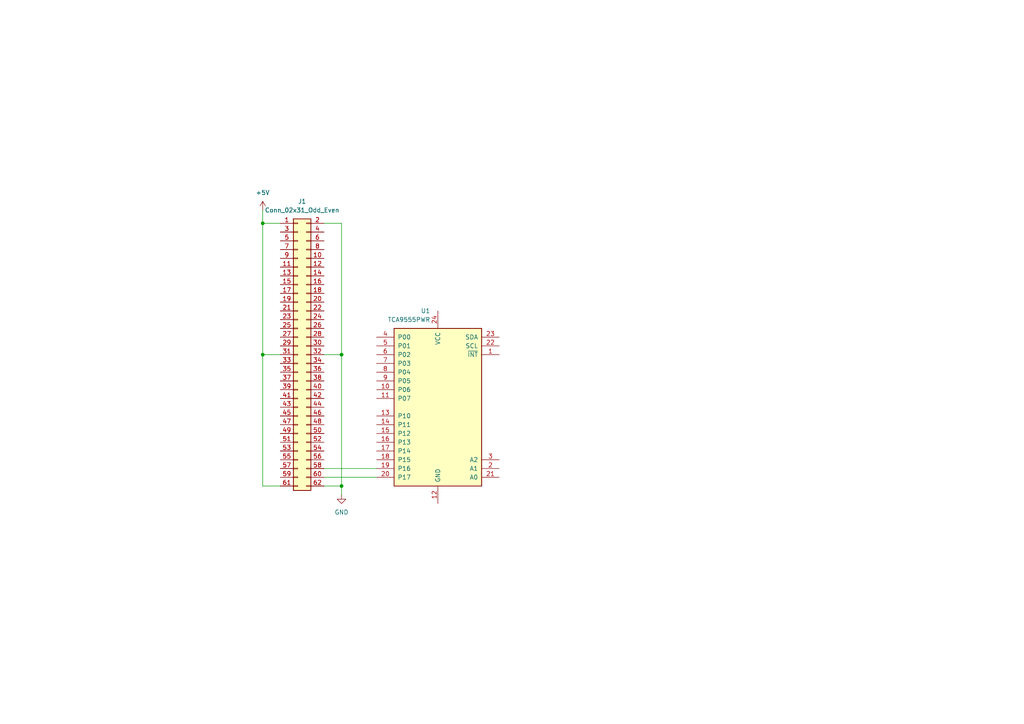
<source format=kicad_sch>
(kicad_sch (version 20230121) (generator eeschema)
  (paper "A4")
  (lib_symbols
    (symbol "Connector_Generic:Conn_02x31_Odd_Even" (pin_names (offset 1.016) hide)
      (property "Reference" "J" (at 1.27 40.64 0))
      (property "Value" "Conn_02x31_Odd_Even" (at 1.27 -40.64 0))
      (symbol "Conn_02x31_Odd_Even_1_1"
        (rectangle (start -1.27 -37.973) (end 0 -38.227) (stroke (width 0.1524)))
        (rectangle (start -1.27 -35.433) (end 0 -35.687) (stroke (width 0.1524)))
        (rectangle (start -1.27 -32.893) (end 0 -33.147) (stroke (width 0.1524)))
        (rectangle (start -1.27 -30.353) (end 0 -30.607) (stroke (width 0.1524)))
        (rectangle (start -1.27 -27.813) (end 0 -28.067) (stroke (width 0.1524)))
        (rectangle (start -1.27 -25.273) (end 0 -25.527) (stroke (width 0.1524)))
        (rectangle (start -1.27 -22.733) (end 0 -22.987) (stroke (width 0.1524)))
        (rectangle (start -1.27 -20.193) (end 0 -20.447) (stroke (width 0.1524)))
        (rectangle (start -1.27 -17.653) (end 0 -17.907) (stroke (width 0.1524)))
        (rectangle (start -1.27 -15.113) (end 0 -15.367) (stroke (width 0.1524)))
        (rectangle (start -1.27 -12.573) (end 0 -12.827) (stroke (width 0.1524)))
        (rectangle (start -1.27 -10.033) (end 0 -10.287) (stroke (width 0.1524)))
        (rectangle (start -1.27 -7.493) (end 0 -7.747) (stroke (width 0.1524)))
        (rectangle (start -1.27 -4.953) (end 0 -5.207) (stroke (width 0.1524)))
        (rectangle (start -1.27 -2.413) (end 0 -2.667) (stroke (width 0.1524)))
        (rectangle (start -1.27 0.127) (end 0 -0.127) (stroke (width 0.1524)))
        (rectangle (start -1.27 2.667) (end 0 2.413) (stroke (width 0.1524)))
        (rectangle (start -1.27 5.207) (end 0 4.953) (stroke (width 0.1524)))
        (rectangle (start -1.27 7.747) (end 0 7.493) (stroke (width 0.1524)))
        (rectangle (start -1.27 10.287) (end 0 10.033) (stroke (width 0.1524)))
        (rectangle (start -1.27 12.827) (end 0 12.573) (stroke (width 0.1524)))
        (rectangle (start -1.27 15.367) (end 0 15.113) (stroke (width 0.1524)))
        (rectangle (start -1.27 17.907) (end 0 17.653) (stroke (width 0.1524)))
        (rectangle (start -1.27 20.447) (end 0 20.193) (stroke (width 0.1524)))
        (rectangle (start -1.27 22.987) (end 0 22.733) (stroke (width 0.1524)))
        (rectangle (start -1.27 25.527) (end 0 25.273) (stroke (width 0.1524)))
        (rectangle (start -1.27 28.067) (end 0 27.813) (stroke (width 0.1524)))
        (rectangle (start -1.27 30.607) (end 0 30.353) (stroke (width 0.1524)))
        (rectangle (start -1.27 33.147) (end 0 32.893) (stroke (width 0.1524)))
        (rectangle (start -1.27 35.687) (end 0 35.433) (stroke (width 0.1524)))
        (rectangle (start -1.27 38.227) (end 0 37.973) (stroke (width 0.1524)))
        (rectangle (start -1.27 39.37) (end 3.81 -39.37) (stroke (width 0.254)) (fill (type background)))
        (rectangle (start 3.81 -37.973) (end 2.54 -38.227) (stroke (width 0.1524)))
        (rectangle (start 3.81 -35.433) (end 2.54 -35.687) (stroke (width 0.1524)))
        (rectangle (start 3.81 -32.893) (end 2.54 -33.147) (stroke (width 0.1524)))
        (rectangle (start 3.81 -30.353) (end 2.54 -30.607) (stroke (width 0.1524)))
        (rectangle (start 3.81 -27.813) (end 2.54 -28.067) (stroke (width 0.1524)))
        (rectangle (start 3.81 -25.273) (end 2.54 -25.527) (stroke (width 0.1524)))
        (rectangle (start 3.81 -22.733) (end 2.54 -22.987) (stroke (width 0.1524)))
        (rectangle (start 3.81 -20.193) (end 2.54 -20.447) (stroke (width 0.1524)))
        (rectangle (start 3.81 -17.653) (end 2.54 -17.907) (stroke (width 0.1524)))
        (rectangle (start 3.81 -15.113) (end 2.54 -15.367) (stroke (width 0.1524)))
        (rectangle (start 3.81 -12.573) (end 2.54 -12.827) (stroke (width 0.1524)))
        (rectangle (start 3.81 -10.033) (end 2.54 -10.287) (stroke (width 0.1524)))
        (rectangle (start 3.81 -7.493) (end 2.54 -7.747) (stroke (width 0.1524)))
        (rectangle (start 3.81 -4.953) (end 2.54 -5.207) (stroke (width 0.1524)))
        (rectangle (start 3.81 -2.413) (end 2.54 -2.667) (stroke (width 0.1524)))
        (rectangle (start 3.81 0.127) (end 2.54 -0.127) (stroke (width 0.1524)))
        (rectangle (start 3.81 2.667) (end 2.54 2.413) (stroke (width 0.1524)))
        (rectangle (start 3.81 5.207) (end 2.54 4.953) (stroke (width 0.1524)))
        (rectangle (start 3.81 7.747) (end 2.54 7.493) (stroke (width 0.1524)))
        (rectangle (start 3.81 10.287) (end 2.54 10.033) (stroke (width 0.1524)))
        (rectangle (start 3.81 12.827) (end 2.54 12.573) (stroke (width 0.1524)))
        (rectangle (start 3.81 15.367) (end 2.54 15.113) (stroke (width 0.1524)))
        (rectangle (start 3.81 17.907) (end 2.54 17.653) (stroke (width 0.1524)))
        (rectangle (start 3.81 20.447) (end 2.54 20.193) (stroke (width 0.1524)))
        (rectangle (start 3.81 22.987) (end 2.54 22.733) (stroke (width 0.1524)))
        (rectangle (start 3.81 25.527) (end 2.54 25.273) (stroke (width 0.1524)))
        (rectangle (start 3.81 28.067) (end 2.54 27.813) (stroke (width 0.1524)))
        (rectangle (start 3.81 30.607) (end 2.54 30.353) (stroke (width 0.1524)))
        (rectangle (start 3.81 33.147) (end 2.54 32.893) (stroke (width 0.1524)))
        (rectangle (start 3.81 35.687) (end 2.54 35.433) (stroke (width 0.1524)))
        (rectangle (start 3.81 38.227) (end 2.54 37.973) (stroke (width 0.1524)))
        (pin passive line (at -5.08 38.1 0) (length 3.81) (name "Pin_1") (number "1"))
        (pin passive line (at 7.62 27.94 180) (length 3.81) (name "Pin_10") (number "10"))
        (pin passive line (at -5.08 25.4 0) (length 3.81) (name "Pin_11") (number "11"))
        (pin passive line (at 7.62 25.4 180) (length 3.81) (name "Pin_12") (number "12"))
        (pin passive line (at -5.08 22.86 0) (length 3.81) (name "Pin_13") (number "13"))
        (pin passive line (at 7.62 22.86 180) (length 3.81) (name "Pin_14") (number "14"))
        (pin passive line (at -5.08 20.32 0) (length 3.81) (name "Pin_15") (number "15"))
        (pin passive line (at 7.62 20.32 180) (length 3.81) (name "Pin_16") (number "16"))
        (pin passive line (at -5.08 17.78 0) (length 3.81) (name "Pin_17") (number "17"))
        (pin passive line (at 7.62 17.78 180) (length 3.81) (name "Pin_18") (number "18"))
        (pin passive line (at -5.08 15.24 0) (length 3.81) (name "Pin_19") (number "19"))
        (pin passive line (at 7.62 38.1 180) (length 3.81) (name "Pin_2") (number "2"))
        (pin passive line (at 7.62 15.24 180) (length 3.81) (name "Pin_20") (number "20"))
        (pin passive line (at -5.08 12.7 0) (length 3.81) (name "Pin_21") (number "21"))
        (pin passive line (at 7.62 12.7 180) (length 3.81) (name "Pin_22") (number "22"))
        (pin passive line (at -5.08 10.16 0) (length 3.81) (name "Pin_23") (number "23"))
        (pin passive line (at 7.62 10.16 180) (length 3.81) (name "Pin_24") (number "24"))
        (pin passive line (at -5.08 7.62 0) (length 3.81) (name "Pin_25") (number "25"))
        (pin passive line (at 7.62 7.62 180) (length 3.81) (name "Pin_26") (number "26"))
        (pin passive line (at -5.08 5.08 0) (length 3.81) (name "Pin_27") (number "27"))
        (pin passive line (at 7.62 5.08 180) (length 3.81) (name "Pin_28") (number "28"))
        (pin passive line (at -5.08 2.54 0) (length 3.81) (name "Pin_29") (number "29"))
        (pin passive line (at -5.08 35.56 0) (length 3.81) (name "Pin_3") (number "3"))
        (pin passive line (at 7.62 2.54 180) (length 3.81) (name "Pin_30") (number "30"))
        (pin passive line (at -5.08 0 0) (length 3.81) (name "Pin_31") (number "31"))
        (pin passive line (at 7.62 0 180) (length 3.81) (name "Pin_32") (number "32"))
        (pin passive line (at -5.08 -2.54 0) (length 3.81) (name "Pin_33") (number "33"))
        (pin passive line (at 7.62 -2.54 180) (length 3.81) (name "Pin_34") (number "34"))
        (pin passive line (at -5.08 -5.08 0) (length 3.81) (name "Pin_35") (number "35"))
        (pin passive line (at 7.62 -5.08 180) (length 3.81) (name "Pin_36") (number "36"))
        (pin passive line (at -5.08 -7.62 0) (length 3.81) (name "Pin_37") (number "37"))
        (pin passive line (at 7.62 -7.62 180) (length 3.81) (name "Pin_38") (number "38"))
        (pin passive line (at -5.08 -10.16 0) (length 3.81) (name "Pin_39") (number "39"))
        (pin passive line (at 7.62 35.56 180) (length 3.81) (name "Pin_4") (number "4"))
        (pin passive line (at 7.62 -10.16 180) (length 3.81) (name "Pin_40") (number "40"))
        (pin passive line (at -5.08 -12.7 0) (length 3.81) (name "Pin_41") (number "41"))
        (pin passive line (at 7.62 -12.7 180) (length 3.81) (name "Pin_42") (number "42"))
        (pin passive line (at -5.08 -15.24 0) (length 3.81) (name "Pin_43") (number "43"))
        (pin passive line (at 7.62 -15.24 180) (length 3.81) (name "Pin_44") (number "44"))
        (pin passive line (at -5.08 -17.78 0) (length 3.81) (name "Pin_45") (number "45"))
        (pin passive line (at 7.62 -17.78 180) (length 3.81) (name "Pin_46") (number "46"))
        (pin passive line (at -5.08 -20.32 0) (length 3.81) (name "Pin_47") (number "47"))
        (pin passive line (at 7.62 -20.32 180) (length 3.81) (name "Pin_48") (number "48"))
        (pin passive line (at -5.08 -22.86 0) (length 3.81) (name "Pin_49") (number "49"))
        (pin passive line (at -5.08 33.02 0) (length 3.81) (name "Pin_5") (number "5"))
        (pin passive line (at 7.62 -22.86 180) (length 3.81) (name "Pin_50") (number "50"))
        (pin passive line (at -5.08 -25.4 0) (length 3.81) (name "Pin_51") (number "51"))
        (pin passive line (at 7.62 -25.4 180) (length 3.81) (name "Pin_52") (number "52"))
        (pin passive line (at -5.08 -27.94 0) (length 3.81) (name "Pin_53") (number "53"))
        (pin passive line (at 7.62 -27.94 180) (length 3.81) (name "Pin_54") (number "54"))
        (pin passive line (at -5.08 -30.48 0) (length 3.81) (name "Pin_55") (number "55"))
        (pin passive line (at 7.62 -30.48 180) (length 3.81) (name "Pin_56") (number "56"))
        (pin passive line (at -5.08 -33.02 0) (length 3.81) (name "Pin_57") (number "57"))
        (pin passive line (at 7.62 -33.02 180) (length 3.81) (name "Pin_58") (number "58"))
        (pin passive line (at -5.08 -35.56 0) (length 3.81) (name "Pin_59") (number "59"))
        (pin passive line (at 7.62 33.02 180) (length 3.81) (name "Pin_6") (number "6"))
        (pin passive line (at 7.62 -35.56 180) (length 3.81) (name "Pin_60") (number "60"))
        (pin passive line (at -5.08 -38.1 0) (length 3.81) (name "Pin_61") (number "61"))
        (pin passive line (at 7.62 -38.1 180) (length 3.81) (name "Pin_62") (number "62"))
        (pin passive line (at -5.08 30.48 0) (length 3.81) (name "Pin_7") (number "7"))
        (pin passive line (at 7.62 30.48 180) (length 3.81) (name "Pin_8") (number "8"))
        (pin passive line (at -5.08 27.94 0) (length 3.81) (name "Pin_9") (number "9"))
      )
    )
    (symbol "Interface_Expansion:TCA9555PWR" (pin_names (offset 1.016))
      (property "Reference" "U" (at -11.43 24.13 0))
      (property "Value" "TCA9555PWR" (at 0 0 0))
      (symbol "TCA9555PWR_0_1"
        (rectangle (start -12.7 22.86) (end 12.7 -22.86) (stroke (width 0.254)) (fill (type background)))
      )
      (symbol "TCA9555PWR_1_1"
        (pin open_collector line (at -17.78 15.24 0) (length 5.08) (name "~{INT}") (number "1"))
        (pin bidirectional line (at 17.78 5.08 180) (length 5.08) (name "P06") (number "10"))
        (pin bidirectional line (at 17.78 2.54 180) (length 5.08) (name "P07") (number "11"))
        (pin power_in line (at 0 -27.94 90) (length 5.08) (name "GND") (number "12"))
        (pin bidirectional line (at 17.78 -2.54 180) (length 5.08) (name "P10") (number "13"))
        (pin bidirectional line (at 17.78 -5.08 180) (length 5.08) (name "P11") (number "14"))
        (pin bidirectional line (at 17.78 -7.62 180) (length 5.08) (name "P12") (number "15"))
        (pin bidirectional line (at 17.78 -10.16 180) (length 5.08) (name "P13") (number "16"))
        (pin bidirectional line (at 17.78 -12.7 180) (length 5.08) (name "P14") (number "17"))
        (pin bidirectional line (at 17.78 -15.24 180) (length 5.08) (name "P15") (number "18"))
        (pin bidirectional line (at 17.78 -17.78 180) (length 5.08) (name "P16") (number "19"))
        (pin input line (at -17.78 -17.78 0) (length 5.08) (name "A1") (number "2"))
        (pin bidirectional line (at 17.78 -20.32 180) (length 5.08) (name "P17") (number "20"))
        (pin input line (at -17.78 -20.32 0) (length 5.08) (name "A0") (number "21"))
        (pin input line (at -17.78 17.78 0) (length 5.08) (name "SCL") (number "22"))
        (pin bidirectional line (at -17.78 20.32 0) (length 5.08) (name "SDA") (number "23"))
        (pin power_in line (at 0 27.94 270) (length 5.08) (name "VCC") (number "24"))
        (pin input line (at -17.78 -15.24 0) (length 5.08) (name "A2") (number "3"))
        (pin bidirectional line (at 17.78 20.32 180) (length 5.08) (name "P00") (number "4"))
        (pin bidirectional line (at 17.78 17.78 180) (length 5.08) (name "P01") (number "5"))
        (pin bidirectional line (at 17.78 15.24 180) (length 5.08) (name "P02") (number "6"))
        (pin bidirectional line (at 17.78 12.7 180) (length 5.08) (name "P03") (number "7"))
        (pin bidirectional line (at 17.78 10.16 180) (length 5.08) (name "P04") (number "8"))
        (pin bidirectional line (at 17.78 7.62 180) (length 5.08) (name "P05") (number "9"))
      )
    )
    (symbol "power:+5V" (power) (pin_names (offset 0))
      (property "Value" "+5V" (at 0 3.556 0))
      (symbol "+5V_0_1"
        (polyline (pts (xy -0.762 1.27) (xy 0 2.54)))
        (polyline (pts (xy 0 0) (xy 0 2.54)))
        (polyline (pts (xy 0 2.54) (xy 0.762 1.27)))
      )
      (symbol "+5V_1_1"
        (pin power_in line (at 0 0 90) (length 0) hide (name "+5V") (number "1"))
      )
    )
    (symbol "power:GND" (power) (pin_names (offset 0))
      (property "Value" "GND" (at 0 -3.81 0))
      (symbol "GND_0_1"
        (polyline (pts (xy 0 0) (xy 0 -1.27) (xy 1.27 -1.27) (xy 0 -2.54) (xy -1.27 -1.27) (xy 0 -1.27)))
      )
      (symbol "GND_1_1"
        (pin power_in line (at 0 0 270) (length 0) hide (name "GND") (number "1"))
      )
    )
  )
  (junction (at 76.2 102.87))
  (junction (at 76.2 64.77))
  (junction (at 99.06 102.87))
  (junction (at 99.06 140.97))
  (wire (pts (xy 93.98 138.43) (xy 109.22 138.43)))
  (wire (pts (xy 76.2 140.97) (xy 76.2 102.87)))
  (wire (pts (xy 99.06 64.77) (xy 99.06 102.87)))
  (wire (pts (xy 93.98 102.87) (xy 99.06 102.87)))
  (wire (pts (xy 81.28 140.97) (xy 76.2 140.97)))
  (wire (pts (xy 99.06 140.97) (xy 93.98 140.97)))
  (wire (pts (xy 76.2 64.77) (xy 76.2 60.96)))
  (wire (pts (xy 81.28 64.77) (xy 76.2 64.77)))
  (wire (pts (xy 99.06 143.51) (xy 99.06 140.97)))
  (wire (pts (xy 99.06 102.87) (xy 99.06 140.97)))
  (wire (pts (xy 81.28 102.87) (xy 76.2 102.87)))
  (wire (pts (xy 93.98 135.89) (xy 109.22 135.89)))
  (wire (pts (xy 76.2 102.87) (xy 76.2 64.77)))
  (wire (pts (xy 93.98 64.77) (xy 99.06 64.77)))
  (symbol (lib_id "power:+5V") (at 76.2 60.96 0) (unit 1)
    (property "Reference" "#PWR01" (effects hide))
    (property "Value" "+5V" (at 76.2 55.88 0))
  )
  (symbol (lib_id "Connector_Generic:Conn_02x31_Odd_Even") (at 86.36 102.87 0) (unit 1)
    (property "Reference" "J1" (at 87.63 58.42 0))
    (property "Value" "Conn_02x31_Odd_Even" (at 87.63 60.96 0))
  )
  (symbol (lib_id "power:GND") (at 99.06 143.51 0) (unit 1)
    (property "Reference" "#PWR02" (effects hide))
    (property "Value" "GND" (at 99.06 148.59 0))
  )
  (symbol (lib_id "Interface_Expansion:TCA9555PWR") (at 127 118.11 0) (mirror y) (unit 1)
    (property "Reference" "U1" (at 124.8059 90.17 0) (effects (justify left)))
    (property "Value" "TCA9555PWR" (at 124.8059 92.71 0) (effects (justify left)))
    (property "Footprint" "Package_SO:TSSOP-24_4.4x7.8mm_P0.65mm" (effects hide))
    (property "Datasheet" "http://www.ti.com/lit/ds/symlink/tca9555.pdf" (effects hide))
  )
)
</source>
